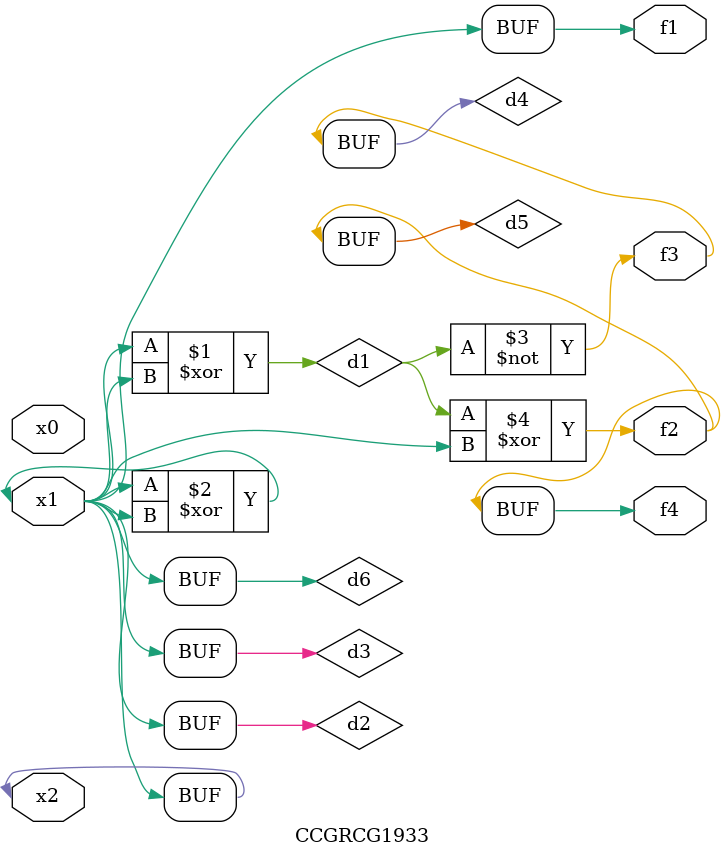
<source format=v>
module CCGRCG1933(
	input x0, x1, x2,
	output f1, f2, f3, f4
);

	wire d1, d2, d3, d4, d5, d6;

	xor (d1, x1, x2);
	buf (d2, x1, x2);
	xor (d3, x1, x2);
	nor (d4, d1);
	xor (d5, d1, d2);
	buf (d6, d2, d3);
	assign f1 = d6;
	assign f2 = d5;
	assign f3 = d4;
	assign f4 = d5;
endmodule

</source>
